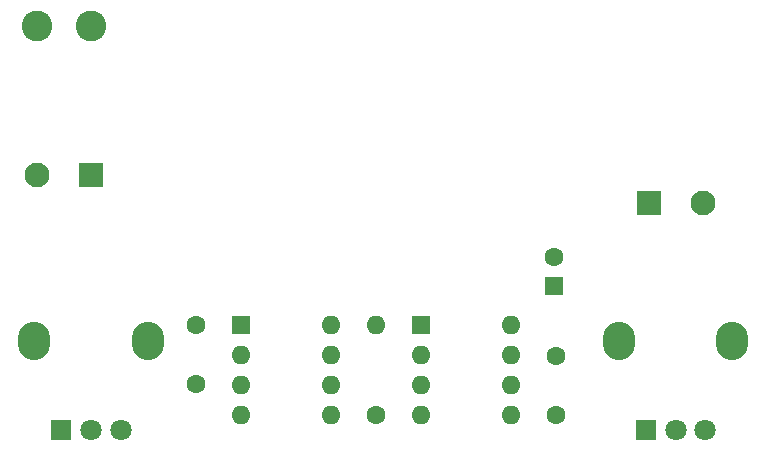
<source format=gbr>
%TF.GenerationSoftware,KiCad,Pcbnew,7.0.9*%
%TF.CreationDate,2023-11-29T23:53:56+08:00*%
%TF.ProjectId,SynthCard,53796e74-6843-4617-9264-2e6b69636164,rev?*%
%TF.SameCoordinates,Original*%
%TF.FileFunction,Soldermask,Top*%
%TF.FilePolarity,Negative*%
%FSLAX46Y46*%
G04 Gerber Fmt 4.6, Leading zero omitted, Abs format (unit mm)*
G04 Created by KiCad (PCBNEW 7.0.9) date 2023-11-29 23:53:56*
%MOMM*%
%LPD*%
G01*
G04 APERTURE LIST*
G04 Aperture macros list*
%AMRoundRect*
0 Rectangle with rounded corners*
0 $1 Rounding radius*
0 $2 $3 $4 $5 $6 $7 $8 $9 X,Y pos of 4 corners*
0 Add a 4 corners polygon primitive as box body*
4,1,4,$2,$3,$4,$5,$6,$7,$8,$9,$2,$3,0*
0 Add four circle primitives for the rounded corners*
1,1,$1+$1,$2,$3*
1,1,$1+$1,$4,$5*
1,1,$1+$1,$6,$7*
1,1,$1+$1,$8,$9*
0 Add four rect primitives between the rounded corners*
20,1,$1+$1,$2,$3,$4,$5,0*
20,1,$1+$1,$4,$5,$6,$7,0*
20,1,$1+$1,$6,$7,$8,$9,0*
20,1,$1+$1,$8,$9,$2,$3,0*%
G04 Aperture macros list end*
%ADD10C,1.600000*%
%ADD11O,1.600000X1.600000*%
%ADD12R,1.600000X1.600000*%
%ADD13O,2.720000X3.240000*%
%ADD14R,1.800000X1.800000*%
%ADD15C,1.800000*%
%ADD16RoundRect,0.250001X-0.799999X-0.799999X0.799999X-0.799999X0.799999X0.799999X-0.799999X0.799999X0*%
%ADD17C,2.100000*%
%ADD18C,2.600000*%
%ADD19RoundRect,0.250001X0.799999X0.799999X-0.799999X0.799999X-0.799999X-0.799999X0.799999X-0.799999X0*%
G04 APERTURE END LIST*
D10*
%TO.C,R1*%
X135400000Y-120650000D03*
D11*
X135400000Y-113030000D03*
%TD*%
D10*
%TO.C,C2*%
X150640000Y-120650000D03*
X150640000Y-115650000D03*
%TD*%
D12*
%TO.C,C3*%
X150495000Y-109790113D03*
D10*
X150495000Y-107290113D03*
%TD*%
%TO.C,C1*%
X120160000Y-118030000D03*
X120160000Y-113030000D03*
%TD*%
D13*
%TO.C,RV1*%
X106480000Y-114420000D03*
X116080000Y-114420000D03*
D14*
X108780000Y-121920000D03*
D15*
X111280000Y-121920000D03*
X113780000Y-121920000D03*
%TD*%
D12*
%TO.C,U1*%
X123980000Y-113030000D03*
D11*
X123980000Y-115570000D03*
X123980000Y-118110000D03*
X123980000Y-120650000D03*
X131600000Y-120650000D03*
X131600000Y-118110000D03*
X131600000Y-115570000D03*
X131600000Y-113030000D03*
%TD*%
D16*
%TO.C,LS1*%
X158482000Y-102743000D03*
D17*
X163082000Y-102743000D03*
%TD*%
D18*
%TO.C,BT1*%
X111280000Y-87730000D03*
X106680000Y-87730000D03*
D19*
X111280000Y-100330000D03*
D17*
X106680000Y-100330000D03*
%TD*%
D12*
%TO.C,U2*%
X139210000Y-113030000D03*
D11*
X139210000Y-115570000D03*
X139210000Y-118110000D03*
X139210000Y-120650000D03*
X146830000Y-120650000D03*
X146830000Y-118110000D03*
X146830000Y-115570000D03*
X146830000Y-113030000D03*
%TD*%
D13*
%TO.C,RV2*%
X155970000Y-114420000D03*
X165570000Y-114420000D03*
D14*
X158270000Y-121920000D03*
D15*
X160770000Y-121920000D03*
X163270000Y-121920000D03*
%TD*%
M02*

</source>
